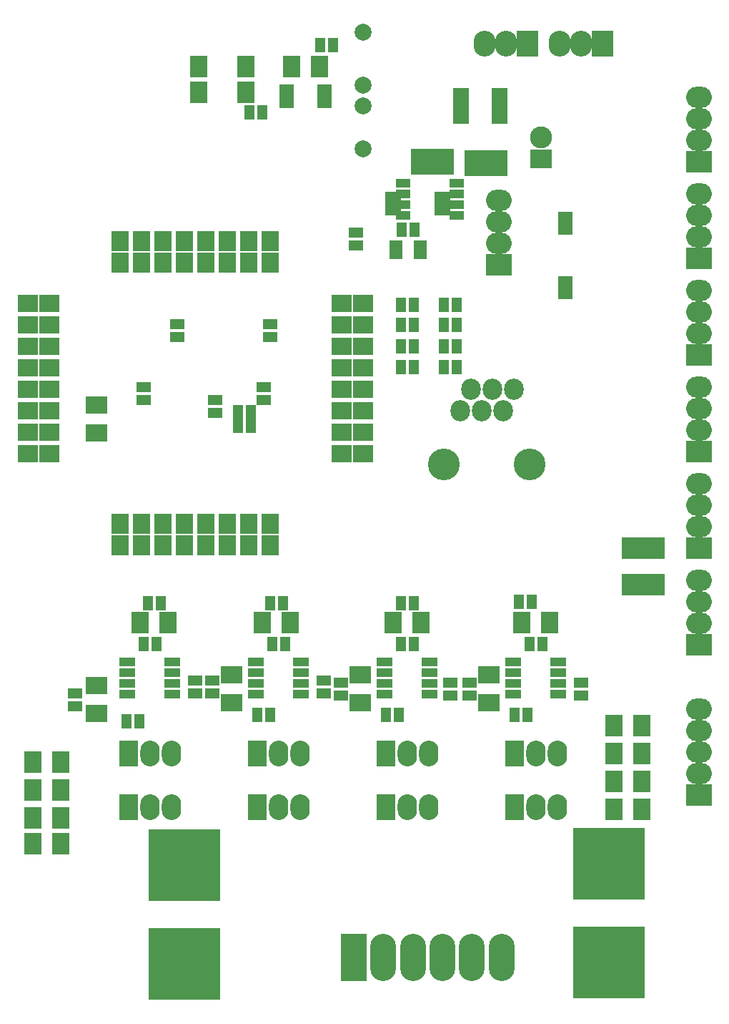
<source format=gts>
G04 #@! TF.FileFunction,Soldermask,Top*
%FSLAX46Y46*%
G04 Gerber Fmt 4.6, Leading zero omitted, Abs format (unit mm)*
G04 Created by KiCad (PCBNEW 4.0.7) date 03/26/18 23:13:48*
%MOMM*%
%LPD*%
G01*
G04 APERTURE LIST*
%ADD10C,0.150000*%
%ADD11O,2.286000X3.048000*%
%ADD12R,2.286000X3.048000*%
%ADD13R,1.143000X1.651000*%
%ADD14R,1.651000X1.143000*%
%ADD15R,2.032000X2.540000*%
%ADD16R,2.540000X2.032000*%
%ADD17R,1.905000X4.318000*%
%ADD18R,1.907540X1.107440*%
%ADD19R,2.407920X2.108200*%
%ADD20R,2.108200X2.407920*%
%ADD21R,1.778000X0.914400*%
%ADD22R,2.008000X2.508000*%
%ADD23R,2.032000X2.508000*%
%ADD24R,2.608000X3.048000*%
%ADD25O,2.608580X3.048000*%
%ADD26R,3.048000X2.506980*%
%ADD27O,3.048000X2.506980*%
%ADD28R,8.508000X8.508000*%
%ADD29R,1.808480X2.809240*%
%ADD30R,2.506980X3.048000*%
%ADD31R,2.506980X2.506980*%
%ADD32R,3.048000X5.588000*%
%ADD33O,3.048000X5.588000*%
%ADD34R,2.608580X2.308860*%
%ADD35C,2.608580*%
%ADD36C,2.008000*%
%ADD37R,1.508760X0.756920*%
%ADD38O,2.308860X2.508000*%
%ADD39C,3.759200*%
%ADD40R,1.651000X1.016000*%
%ADD41R,1.958000X0.958000*%
G04 APERTURE END LIST*
D10*
D11*
X103124000Y-129413000D03*
X100584000Y-129413000D03*
D12*
X98044000Y-129413000D03*
D11*
X148844000Y-135763000D03*
X146304000Y-135763000D03*
D12*
X143764000Y-135763000D03*
D11*
X148844000Y-129413000D03*
X146304000Y-129413000D03*
D12*
X143764000Y-129413000D03*
D11*
X118364000Y-135763000D03*
X115824000Y-135763000D03*
D12*
X113284000Y-135763000D03*
D11*
X118364000Y-129413000D03*
X115824000Y-129413000D03*
D12*
X113284000Y-129413000D03*
D11*
X133604000Y-129413000D03*
X131064000Y-129413000D03*
D12*
X128524000Y-129413000D03*
D11*
X103124000Y-135763000D03*
X100584000Y-135763000D03*
D12*
X98044000Y-135763000D03*
D11*
X133604000Y-135763000D03*
X131064000Y-135763000D03*
D12*
X128524000Y-135763000D03*
D13*
X145542000Y-116459000D03*
X147066000Y-116459000D03*
X115062000Y-116459000D03*
X116586000Y-116459000D03*
X143764000Y-124841000D03*
X145288000Y-124841000D03*
X97790000Y-125603000D03*
X99314000Y-125603000D03*
D14*
X114808000Y-78613000D03*
X114808000Y-80137000D03*
X103835200Y-78587600D03*
X103835200Y-80111600D03*
D13*
X128524000Y-124841000D03*
X130048000Y-124841000D03*
X113284000Y-124841000D03*
X114808000Y-124841000D03*
X99822000Y-116459000D03*
X101346000Y-116459000D03*
X130302000Y-116459000D03*
X131826000Y-116459000D03*
D14*
X99822000Y-87630000D03*
X99822000Y-86106000D03*
X114046000Y-87630000D03*
X114046000Y-86106000D03*
X107950000Y-122301000D03*
X107950000Y-120777000D03*
D13*
X114808000Y-111633000D03*
X116332000Y-111633000D03*
X100330000Y-111633000D03*
X101854000Y-111633000D03*
D14*
X121158000Y-122301000D03*
X121158000Y-120777000D03*
X151638000Y-122555000D03*
X151638000Y-121031000D03*
X138430000Y-122555000D03*
X138430000Y-121031000D03*
D13*
X144272000Y-111506000D03*
X145796000Y-111506000D03*
X130302000Y-111633000D03*
X131826000Y-111633000D03*
D14*
X123190000Y-122555000D03*
X123190000Y-121031000D03*
X136144000Y-122555000D03*
X136144000Y-121031000D03*
X91694000Y-123825000D03*
X91694000Y-122301000D03*
D13*
X130302000Y-76327000D03*
X131826000Y-76327000D03*
X130302000Y-78740000D03*
X131826000Y-78740000D03*
X130302000Y-81280000D03*
X131826000Y-81280000D03*
X130302000Y-83693000D03*
X131826000Y-83693000D03*
X135382000Y-76327000D03*
X136906000Y-76327000D03*
X135382000Y-78740000D03*
X136906000Y-78740000D03*
X135382000Y-81280000D03*
X136906000Y-81280000D03*
X135382000Y-83693000D03*
X136906000Y-83693000D03*
D14*
X105918000Y-122301000D03*
X105918000Y-120777000D03*
D15*
X90043000Y-130429000D03*
X86741000Y-130429000D03*
X90043000Y-137033000D03*
X86741000Y-137033000D03*
X90043000Y-133731000D03*
X86741000Y-133731000D03*
X155575000Y-132715000D03*
X158877000Y-132715000D03*
X155575000Y-136017000D03*
X158877000Y-136017000D03*
X155575000Y-129413000D03*
X158877000Y-129413000D03*
X90043000Y-140081000D03*
X86741000Y-140081000D03*
X155575000Y-126111000D03*
X158877000Y-126111000D03*
D16*
X94234000Y-124714000D03*
X94234000Y-121412000D03*
D15*
X99441000Y-113919000D03*
X102743000Y-113919000D03*
D16*
X125476000Y-123444000D03*
X125476000Y-120142000D03*
D15*
X129413000Y-113919000D03*
X132715000Y-113919000D03*
D16*
X140716000Y-123444000D03*
X140716000Y-120142000D03*
D15*
X144653000Y-113919000D03*
X147955000Y-113919000D03*
D16*
X110236000Y-123444000D03*
X110236000Y-120142000D03*
D15*
X113919000Y-113919000D03*
X117221000Y-113919000D03*
D17*
X137414000Y-52832000D03*
X141986000Y-52832000D03*
D18*
X118491000Y-118618000D03*
X113157000Y-118618000D03*
X118491000Y-119888000D03*
X118491000Y-121158000D03*
X118491000Y-122428000D03*
X113157000Y-119888000D03*
X113157000Y-121158000D03*
X113157000Y-122428000D03*
X133731000Y-118618000D03*
X128397000Y-118618000D03*
X133731000Y-119888000D03*
X133731000Y-121158000D03*
X133731000Y-122428000D03*
X128397000Y-119888000D03*
X128397000Y-121158000D03*
X128397000Y-122428000D03*
X148971000Y-118618000D03*
X143637000Y-118618000D03*
X148971000Y-119888000D03*
X148971000Y-121158000D03*
X148971000Y-122428000D03*
X143637000Y-119888000D03*
X143637000Y-121158000D03*
X143637000Y-122428000D03*
X103251000Y-118618000D03*
X97917000Y-118618000D03*
X103251000Y-119888000D03*
X103251000Y-121158000D03*
X103251000Y-122428000D03*
X97917000Y-119888000D03*
X97917000Y-121158000D03*
X97917000Y-122428000D03*
D13*
X130429000Y-67437000D03*
X131953000Y-67437000D03*
X110998000Y-89027000D03*
X112522000Y-89027000D03*
X110998000Y-90678000D03*
X112522000Y-90678000D03*
D14*
X125018800Y-69291200D03*
X125018800Y-67767200D03*
D19*
X123314460Y-76200000D03*
X125854460Y-76200000D03*
X123314460Y-78740000D03*
X125854460Y-78740000D03*
X123314460Y-81280000D03*
X125854460Y-81280000D03*
X123314460Y-83820000D03*
X125854460Y-83820000D03*
X123314460Y-86360000D03*
X125854460Y-86360000D03*
X123314460Y-88900000D03*
X125854460Y-88900000D03*
X123314460Y-91440000D03*
X125854460Y-91440000D03*
X123314460Y-93980000D03*
X125854460Y-93980000D03*
X86106000Y-76200000D03*
X88646000Y-76200000D03*
X86106000Y-78740000D03*
X88646000Y-78740000D03*
X86106000Y-81280000D03*
X88646000Y-81280000D03*
X86106000Y-83820000D03*
X88646000Y-83820000D03*
X86106000Y-86360000D03*
X88646000Y-86360000D03*
X86106000Y-88900000D03*
X88646000Y-88900000D03*
X86106000Y-91440000D03*
X88646000Y-91440000D03*
X86106000Y-93980000D03*
X88646000Y-93980000D03*
D20*
X97028000Y-71374000D03*
X97028000Y-68834000D03*
X99568000Y-71374000D03*
X99568000Y-68834000D03*
X102108000Y-71374000D03*
X102108000Y-68834000D03*
X104648000Y-71374000D03*
X104648000Y-68834000D03*
X107188000Y-71374000D03*
X107188000Y-68834000D03*
X109728000Y-71374000D03*
X109728000Y-68834000D03*
X112268000Y-71374000D03*
X112268000Y-68834000D03*
X114808000Y-71374000D03*
X114808000Y-68834000D03*
X114808000Y-104775000D03*
X114808000Y-102235000D03*
X112268000Y-104775000D03*
X112268000Y-102235000D03*
X109728000Y-104775000D03*
X109728000Y-102235000D03*
X107188000Y-104775000D03*
X107188000Y-102235000D03*
X104648000Y-104775000D03*
X104648000Y-102235000D03*
X102108000Y-104775000D03*
X102108000Y-102235000D03*
X99568000Y-104775000D03*
X99568000Y-102235000D03*
X97028000Y-104775000D03*
X97028000Y-102235000D03*
D21*
X116801900Y-50634900D03*
X116801900Y-51282600D03*
X116801900Y-51943000D03*
X116801900Y-52590700D03*
X121246900Y-52590700D03*
X121246900Y-51943000D03*
X121246900Y-51282600D03*
X121246900Y-50634900D03*
D15*
X117373400Y-48107600D03*
X120675400Y-48107600D03*
D13*
X120777000Y-45593000D03*
X122301000Y-45593000D03*
X112420400Y-53543200D03*
X113944400Y-53543200D03*
D22*
X111963200Y-48158400D03*
X111963200Y-51206400D03*
D23*
X106375200Y-48158400D03*
X106375200Y-51206400D03*
D24*
X145288000Y-45466000D03*
D25*
X142748000Y-45466000D03*
X140208000Y-45466000D03*
D24*
X154178000Y-45466000D03*
D25*
X151638000Y-45466000D03*
X149098000Y-45466000D03*
D26*
X165608000Y-59436000D03*
D27*
X165608000Y-56896000D03*
X165608000Y-54356000D03*
X165608000Y-51816000D03*
D26*
X141935200Y-71577200D03*
D27*
X141935200Y-69037200D03*
X141935200Y-66497200D03*
X141935200Y-63957200D03*
D26*
X165608000Y-116586000D03*
D27*
X165608000Y-114046000D03*
X165608000Y-111506000D03*
X165608000Y-108966000D03*
D26*
X165608000Y-105156000D03*
D27*
X165608000Y-102616000D03*
X165608000Y-100076000D03*
X165608000Y-97536000D03*
D26*
X165608000Y-93726000D03*
D27*
X165608000Y-91186000D03*
X165608000Y-88646000D03*
X165608000Y-86106000D03*
D26*
X165608000Y-82296000D03*
D27*
X165608000Y-79756000D03*
X165608000Y-77216000D03*
X165608000Y-74676000D03*
D26*
X165608000Y-70866000D03*
D27*
X165608000Y-68326000D03*
X165608000Y-65786000D03*
X165608000Y-63246000D03*
X165608000Y-124206000D03*
D26*
X165608000Y-134366000D03*
D27*
X165608000Y-131826000D03*
X165608000Y-129286000D03*
X165608000Y-126746000D03*
D28*
X154940000Y-154127200D03*
X154940000Y-142443200D03*
X104698800Y-154279600D03*
X104698800Y-142595600D03*
D29*
X149809200Y-74269600D03*
X149809200Y-66649600D03*
D30*
X135331200Y-59385200D03*
X132791200Y-59385200D03*
X139141200Y-59537600D03*
X141681200Y-59537600D03*
D31*
X160274000Y-105156000D03*
X157734000Y-105156000D03*
X160274000Y-109474000D03*
X157734000Y-109474000D03*
D32*
X124714000Y-153543000D03*
D33*
X128206500Y-153543000D03*
X131762500Y-153543000D03*
X135255000Y-153543000D03*
X138747500Y-153543000D03*
X142240000Y-153543000D03*
D34*
X146913600Y-59029600D03*
D35*
X146913600Y-56489600D03*
D36*
X125831600Y-44094400D03*
X125831600Y-50368200D03*
X125831600Y-52832000D03*
X125882400Y-57861200D03*
D37*
X129717800Y-70612000D03*
X129717800Y-70104000D03*
X129717800Y-69596000D03*
X129717800Y-69088000D03*
X132613400Y-70612000D03*
X132613400Y-70104000D03*
X132613400Y-69596000D03*
X132613400Y-69088000D03*
D38*
X139890500Y-88900000D03*
X142430500Y-88900000D03*
X137350500Y-88900000D03*
X143700500Y-86360000D03*
X141160500Y-86360000D03*
X138620500Y-86360000D03*
D39*
X135445500Y-95250000D03*
X145605500Y-95250000D03*
D14*
X108356400Y-89154000D03*
X108356400Y-87630000D03*
D16*
X94234000Y-88163400D03*
X94234000Y-91465400D03*
D40*
X136906000Y-61976000D03*
X136906000Y-63246000D03*
X136906000Y-64516000D03*
X136906000Y-65786000D03*
X130556000Y-65786000D03*
X130556000Y-64516000D03*
X130556000Y-63246000D03*
X130556000Y-61976000D03*
D41*
X129384000Y-63414000D03*
X129384000Y-64064000D03*
X129384000Y-64714000D03*
X129384000Y-65364000D03*
X135284000Y-65364000D03*
X135284000Y-64714000D03*
X135284000Y-64064000D03*
X135284000Y-63414000D03*
M02*

</source>
